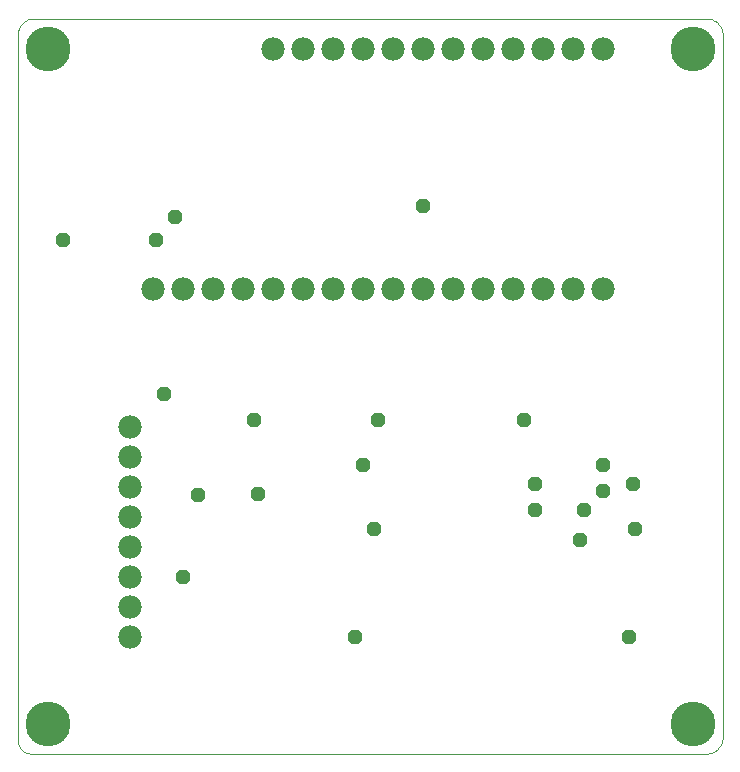
<source format=gbs>
G75*
G70*
%OFA0B0*%
%FSLAX24Y24*%
%IPPOS*%
%LPD*%
%AMOC8*
5,1,8,0,0,1.08239X$1,22.5*
%
%ADD10C,0.0000*%
%ADD11C,0.1494*%
%ADD12C,0.0780*%
%ADD13OC8,0.0476*%
D10*
X001631Y002180D02*
X024150Y002180D01*
X024194Y002182D01*
X024237Y002187D01*
X024280Y002196D01*
X024322Y002209D01*
X024363Y002225D01*
X024402Y002244D01*
X024440Y002266D01*
X024476Y002292D01*
X024509Y002320D01*
X024540Y002351D01*
X024568Y002384D01*
X024594Y002420D01*
X024616Y002458D01*
X024635Y002497D01*
X024651Y002538D01*
X024664Y002580D01*
X024673Y002623D01*
X024678Y002666D01*
X024680Y002710D01*
X024680Y026150D01*
X024678Y026194D01*
X024673Y026237D01*
X024664Y026280D01*
X024651Y026322D01*
X024635Y026363D01*
X024616Y026402D01*
X024594Y026440D01*
X024568Y026476D01*
X024540Y026509D01*
X024509Y026540D01*
X024476Y026568D01*
X024440Y026594D01*
X024402Y026616D01*
X024363Y026635D01*
X024322Y026651D01*
X024280Y026664D01*
X024237Y026673D01*
X024194Y026678D01*
X024150Y026680D01*
X001710Y026680D01*
X001666Y026678D01*
X001623Y026673D01*
X001580Y026664D01*
X001538Y026651D01*
X001497Y026635D01*
X001458Y026616D01*
X001420Y026594D01*
X001384Y026568D01*
X001351Y026540D01*
X001320Y026509D01*
X001292Y026476D01*
X001266Y026440D01*
X001244Y026402D01*
X001225Y026363D01*
X001209Y026322D01*
X001196Y026280D01*
X001187Y026237D01*
X001182Y026194D01*
X001180Y026150D01*
X001180Y002631D01*
X001182Y002589D01*
X001188Y002548D01*
X001197Y002508D01*
X001210Y002468D01*
X001227Y002430D01*
X001248Y002394D01*
X001271Y002359D01*
X001298Y002327D01*
X001327Y002298D01*
X001359Y002271D01*
X001394Y002248D01*
X001430Y002227D01*
X001468Y002210D01*
X001508Y002197D01*
X001548Y002188D01*
X001589Y002182D01*
X001631Y002180D01*
X001473Y003180D02*
X001475Y003233D01*
X001481Y003285D01*
X001491Y003337D01*
X001504Y003388D01*
X001522Y003438D01*
X001543Y003487D01*
X001568Y003534D01*
X001596Y003578D01*
X001627Y003621D01*
X001662Y003661D01*
X001699Y003698D01*
X001739Y003733D01*
X001782Y003764D01*
X001827Y003792D01*
X001873Y003817D01*
X001922Y003838D01*
X001972Y003856D01*
X002023Y003869D01*
X002075Y003879D01*
X002127Y003885D01*
X002180Y003887D01*
X002233Y003885D01*
X002285Y003879D01*
X002337Y003869D01*
X002388Y003856D01*
X002438Y003838D01*
X002487Y003817D01*
X002534Y003792D01*
X002578Y003764D01*
X002621Y003733D01*
X002661Y003698D01*
X002698Y003661D01*
X002733Y003621D01*
X002764Y003578D01*
X002792Y003533D01*
X002817Y003487D01*
X002838Y003438D01*
X002856Y003388D01*
X002869Y003337D01*
X002879Y003285D01*
X002885Y003233D01*
X002887Y003180D01*
X002885Y003127D01*
X002879Y003075D01*
X002869Y003023D01*
X002856Y002972D01*
X002838Y002922D01*
X002817Y002873D01*
X002792Y002826D01*
X002764Y002782D01*
X002733Y002739D01*
X002698Y002699D01*
X002661Y002662D01*
X002621Y002627D01*
X002578Y002596D01*
X002533Y002568D01*
X002487Y002543D01*
X002438Y002522D01*
X002388Y002504D01*
X002337Y002491D01*
X002285Y002481D01*
X002233Y002475D01*
X002180Y002473D01*
X002127Y002475D01*
X002075Y002481D01*
X002023Y002491D01*
X001972Y002504D01*
X001922Y002522D01*
X001873Y002543D01*
X001826Y002568D01*
X001782Y002596D01*
X001739Y002627D01*
X001699Y002662D01*
X001662Y002699D01*
X001627Y002739D01*
X001596Y002782D01*
X001568Y002827D01*
X001543Y002873D01*
X001522Y002922D01*
X001504Y002972D01*
X001491Y003023D01*
X001481Y003075D01*
X001475Y003127D01*
X001473Y003180D01*
X001473Y025680D02*
X001475Y025733D01*
X001481Y025785D01*
X001491Y025837D01*
X001504Y025888D01*
X001522Y025938D01*
X001543Y025987D01*
X001568Y026034D01*
X001596Y026078D01*
X001627Y026121D01*
X001662Y026161D01*
X001699Y026198D01*
X001739Y026233D01*
X001782Y026264D01*
X001827Y026292D01*
X001873Y026317D01*
X001922Y026338D01*
X001972Y026356D01*
X002023Y026369D01*
X002075Y026379D01*
X002127Y026385D01*
X002180Y026387D01*
X002233Y026385D01*
X002285Y026379D01*
X002337Y026369D01*
X002388Y026356D01*
X002438Y026338D01*
X002487Y026317D01*
X002534Y026292D01*
X002578Y026264D01*
X002621Y026233D01*
X002661Y026198D01*
X002698Y026161D01*
X002733Y026121D01*
X002764Y026078D01*
X002792Y026033D01*
X002817Y025987D01*
X002838Y025938D01*
X002856Y025888D01*
X002869Y025837D01*
X002879Y025785D01*
X002885Y025733D01*
X002887Y025680D01*
X002885Y025627D01*
X002879Y025575D01*
X002869Y025523D01*
X002856Y025472D01*
X002838Y025422D01*
X002817Y025373D01*
X002792Y025326D01*
X002764Y025282D01*
X002733Y025239D01*
X002698Y025199D01*
X002661Y025162D01*
X002621Y025127D01*
X002578Y025096D01*
X002533Y025068D01*
X002487Y025043D01*
X002438Y025022D01*
X002388Y025004D01*
X002337Y024991D01*
X002285Y024981D01*
X002233Y024975D01*
X002180Y024973D01*
X002127Y024975D01*
X002075Y024981D01*
X002023Y024991D01*
X001972Y025004D01*
X001922Y025022D01*
X001873Y025043D01*
X001826Y025068D01*
X001782Y025096D01*
X001739Y025127D01*
X001699Y025162D01*
X001662Y025199D01*
X001627Y025239D01*
X001596Y025282D01*
X001568Y025327D01*
X001543Y025373D01*
X001522Y025422D01*
X001504Y025472D01*
X001491Y025523D01*
X001481Y025575D01*
X001475Y025627D01*
X001473Y025680D01*
X022973Y025680D02*
X022975Y025733D01*
X022981Y025785D01*
X022991Y025837D01*
X023004Y025888D01*
X023022Y025938D01*
X023043Y025987D01*
X023068Y026034D01*
X023096Y026078D01*
X023127Y026121D01*
X023162Y026161D01*
X023199Y026198D01*
X023239Y026233D01*
X023282Y026264D01*
X023327Y026292D01*
X023373Y026317D01*
X023422Y026338D01*
X023472Y026356D01*
X023523Y026369D01*
X023575Y026379D01*
X023627Y026385D01*
X023680Y026387D01*
X023733Y026385D01*
X023785Y026379D01*
X023837Y026369D01*
X023888Y026356D01*
X023938Y026338D01*
X023987Y026317D01*
X024034Y026292D01*
X024078Y026264D01*
X024121Y026233D01*
X024161Y026198D01*
X024198Y026161D01*
X024233Y026121D01*
X024264Y026078D01*
X024292Y026033D01*
X024317Y025987D01*
X024338Y025938D01*
X024356Y025888D01*
X024369Y025837D01*
X024379Y025785D01*
X024385Y025733D01*
X024387Y025680D01*
X024385Y025627D01*
X024379Y025575D01*
X024369Y025523D01*
X024356Y025472D01*
X024338Y025422D01*
X024317Y025373D01*
X024292Y025326D01*
X024264Y025282D01*
X024233Y025239D01*
X024198Y025199D01*
X024161Y025162D01*
X024121Y025127D01*
X024078Y025096D01*
X024033Y025068D01*
X023987Y025043D01*
X023938Y025022D01*
X023888Y025004D01*
X023837Y024991D01*
X023785Y024981D01*
X023733Y024975D01*
X023680Y024973D01*
X023627Y024975D01*
X023575Y024981D01*
X023523Y024991D01*
X023472Y025004D01*
X023422Y025022D01*
X023373Y025043D01*
X023326Y025068D01*
X023282Y025096D01*
X023239Y025127D01*
X023199Y025162D01*
X023162Y025199D01*
X023127Y025239D01*
X023096Y025282D01*
X023068Y025327D01*
X023043Y025373D01*
X023022Y025422D01*
X023004Y025472D01*
X022991Y025523D01*
X022981Y025575D01*
X022975Y025627D01*
X022973Y025680D01*
X022973Y003180D02*
X022975Y003233D01*
X022981Y003285D01*
X022991Y003337D01*
X023004Y003388D01*
X023022Y003438D01*
X023043Y003487D01*
X023068Y003534D01*
X023096Y003578D01*
X023127Y003621D01*
X023162Y003661D01*
X023199Y003698D01*
X023239Y003733D01*
X023282Y003764D01*
X023327Y003792D01*
X023373Y003817D01*
X023422Y003838D01*
X023472Y003856D01*
X023523Y003869D01*
X023575Y003879D01*
X023627Y003885D01*
X023680Y003887D01*
X023733Y003885D01*
X023785Y003879D01*
X023837Y003869D01*
X023888Y003856D01*
X023938Y003838D01*
X023987Y003817D01*
X024034Y003792D01*
X024078Y003764D01*
X024121Y003733D01*
X024161Y003698D01*
X024198Y003661D01*
X024233Y003621D01*
X024264Y003578D01*
X024292Y003533D01*
X024317Y003487D01*
X024338Y003438D01*
X024356Y003388D01*
X024369Y003337D01*
X024379Y003285D01*
X024385Y003233D01*
X024387Y003180D01*
X024385Y003127D01*
X024379Y003075D01*
X024369Y003023D01*
X024356Y002972D01*
X024338Y002922D01*
X024317Y002873D01*
X024292Y002826D01*
X024264Y002782D01*
X024233Y002739D01*
X024198Y002699D01*
X024161Y002662D01*
X024121Y002627D01*
X024078Y002596D01*
X024033Y002568D01*
X023987Y002543D01*
X023938Y002522D01*
X023888Y002504D01*
X023837Y002491D01*
X023785Y002481D01*
X023733Y002475D01*
X023680Y002473D01*
X023627Y002475D01*
X023575Y002481D01*
X023523Y002491D01*
X023472Y002504D01*
X023422Y002522D01*
X023373Y002543D01*
X023326Y002568D01*
X023282Y002596D01*
X023239Y002627D01*
X023199Y002662D01*
X023162Y002699D01*
X023127Y002739D01*
X023096Y002782D01*
X023068Y002827D01*
X023043Y002873D01*
X023022Y002922D01*
X023004Y002972D01*
X022991Y003023D01*
X022981Y003075D01*
X022975Y003127D01*
X022973Y003180D01*
D11*
X023680Y003180D03*
X023680Y025680D03*
X002180Y025680D03*
X002180Y003180D03*
D12*
X004910Y006070D03*
X004910Y007070D03*
X004910Y008070D03*
X004910Y009070D03*
X004910Y010070D03*
X004910Y011070D03*
X004910Y012070D03*
X004910Y013070D03*
X005680Y017680D03*
X006680Y017680D03*
X007680Y017680D03*
X008680Y017680D03*
X009680Y017680D03*
X010680Y017680D03*
X011680Y017680D03*
X012680Y017680D03*
X013680Y017680D03*
X014680Y017680D03*
X015680Y017680D03*
X016680Y017680D03*
X017680Y017680D03*
X018680Y017680D03*
X019680Y017680D03*
X020680Y017680D03*
X020680Y025680D03*
X019680Y025680D03*
X018680Y025680D03*
X017680Y025680D03*
X016680Y025680D03*
X015680Y025680D03*
X014680Y025680D03*
X013680Y025680D03*
X012680Y025680D03*
X011680Y025680D03*
X010680Y025680D03*
X009680Y025680D03*
D13*
X014680Y020430D03*
X013180Y013305D03*
X012680Y011805D03*
X013055Y009680D03*
X012430Y006055D03*
X009180Y010830D03*
X007180Y010805D03*
X009055Y013305D03*
X006055Y014180D03*
X005805Y019305D03*
X006430Y020055D03*
X002680Y019305D03*
X006680Y008055D03*
X018055Y013305D03*
X018430Y011180D03*
X018430Y010305D03*
X020055Y010305D03*
X020680Y010930D03*
X020680Y011805D03*
X021680Y011180D03*
X021743Y009680D03*
X019930Y009305D03*
X021555Y006055D03*
M02*

</source>
